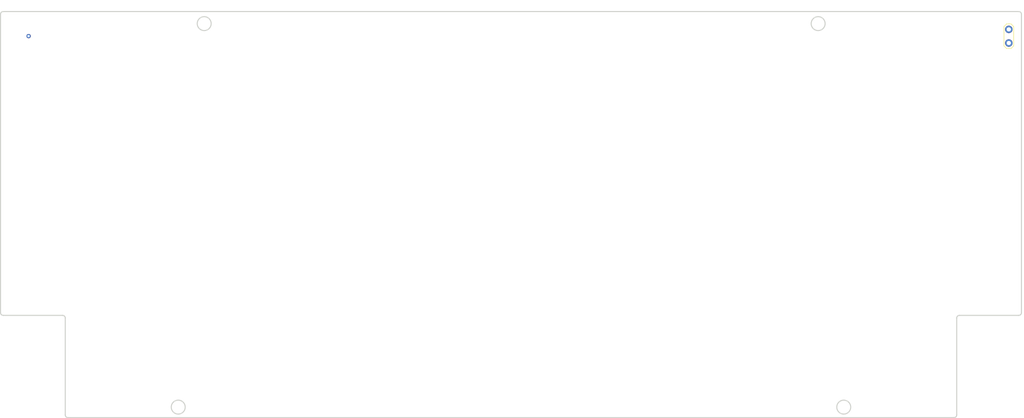
<source format=kicad_pcb>
(kicad_pcb (version 20171130) (host pcbnew "(5.1.4-0-10_14)")

  (general
    (thickness 1.6)
    (drawings 20)
    (tracks 1)
    (zones 0)
    (modules 1)
    (nets 3)
  )

  (page A4)
  (layers
    (0 F.Cu signal)
    (31 B.Cu signal)
    (32 B.Adhes user)
    (33 F.Adhes user)
    (34 B.Paste user)
    (35 F.Paste user)
    (36 B.SilkS user)
    (37 F.SilkS user)
    (38 B.Mask user)
    (39 F.Mask user)
    (40 Dwgs.User user)
    (41 Cmts.User user)
    (42 Eco1.User user)
    (43 Eco2.User user)
    (44 Edge.Cuts user)
    (45 Margin user)
    (46 B.CrtYd user)
    (47 F.CrtYd user)
    (48 B.Fab user)
    (49 F.Fab user)
  )

  (setup
    (last_trace_width 0.25)
    (trace_clearance 0.2)
    (zone_clearance 0.508)
    (zone_45_only no)
    (trace_min 0.2)
    (via_size 0.8)
    (via_drill 0.4)
    (via_min_size 0.4)
    (via_min_drill 0.3)
    (uvia_size 0.3)
    (uvia_drill 0.1)
    (uvias_allowed no)
    (uvia_min_size 0.2)
    (uvia_min_drill 0.1)
    (edge_width 0.05)
    (segment_width 0.2)
    (pcb_text_width 0.3)
    (pcb_text_size 1.5 1.5)
    (mod_edge_width 0.12)
    (mod_text_size 1 1)
    (mod_text_width 0.15)
    (pad_size 1.524 1.524)
    (pad_drill 0.762)
    (pad_to_mask_clearance 0.051)
    (solder_mask_min_width 0.25)
    (aux_axis_origin 0 0)
    (visible_elements FFFFFF7F)
    (pcbplotparams
      (layerselection 0x010fc_ffffffff)
      (usegerberextensions false)
      (usegerberattributes false)
      (usegerberadvancedattributes false)
      (creategerberjobfile false)
      (excludeedgelayer true)
      (linewidth 0.100000)
      (plotframeref false)
      (viasonmask false)
      (mode 1)
      (useauxorigin false)
      (hpglpennumber 1)
      (hpglpenspeed 20)
      (hpglpendiameter 15.000000)
      (psnegative false)
      (psa4output false)
      (plotreference true)
      (plotvalue true)
      (plotinvisibletext false)
      (padsonsilk false)
      (subtractmaskfromsilk false)
      (outputformat 1)
      (mirror false)
      (drillshape 0)
      (scaleselection 1)
      (outputdirectory "assembly/"))
  )

  (net 0 "")
  (net 1 "Net-(JP1-Pad2)")
  (net 2 "Net-(JP1-Pad1)")

  (net_class Default "This is the default net class."
    (clearance 0.2)
    (trace_width 0.25)
    (via_dia 0.8)
    (via_drill 0.4)
    (uvia_dia 0.3)
    (uvia_drill 0.1)
    (add_net "Net-(JP1-Pad1)")
    (add_net "Net-(JP1-Pad2)")
  )

  (module TestPoint:TestPoint_2Pads_Pitch2.54mm_Drill0.8mm (layer F.Cu) (tedit 5A0F774F) (tstamp 5F3B123B)
    (at 241.925 63.54 90)
    (descr "Test point with 2 pins, pitch 2.54mm, drill diameter 0.8mm")
    (tags "CONN DEV")
    (path /5F3ADCE5)
    (attr virtual)
    (fp_text reference JP1 (at 1.3 -2 90) (layer F.SilkS) hide
      (effects (font (size 1 1) (thickness 0.15)))
    )
    (fp_text value Jumper_NO_Small (at 1.27 2 90) (layer F.Fab)
      (effects (font (size 1 1) (thickness 0.15)))
    )
    (fp_line (start -1.03 -0.4) (end -0.53 -0.9) (layer F.SilkS) (width 0.15))
    (fp_line (start -1.03 0.4) (end -1.03 -0.4) (layer F.SilkS) (width 0.15))
    (fp_line (start -0.53 0.9) (end -1.03 0.4) (layer F.SilkS) (width 0.15))
    (fp_line (start 3.07 0.9) (end -0.53 0.9) (layer F.SilkS) (width 0.15))
    (fp_line (start 3.57 0.4) (end 3.07 0.9) (layer F.SilkS) (width 0.15))
    (fp_line (start 3.57 -0.4) (end 3.57 0.4) (layer F.SilkS) (width 0.15))
    (fp_line (start 3.07 -0.9) (end 3.57 -0.4) (layer F.SilkS) (width 0.15))
    (fp_line (start -0.53 -0.9) (end 3.07 -0.9) (layer F.SilkS) (width 0.15))
    (fp_line (start -1.3 0.5) (end -0.65 1.15) (layer F.CrtYd) (width 0.05))
    (fp_line (start -1.3 -0.5) (end -1.3 0.5) (layer F.CrtYd) (width 0.05))
    (fp_line (start -0.65 -1.15) (end -1.3 -0.5) (layer F.CrtYd) (width 0.05))
    (fp_line (start 3.15 -1.15) (end -0.65 -1.15) (layer F.CrtYd) (width 0.05))
    (fp_line (start 3.8 -0.5) (end 3.15 -1.15) (layer F.CrtYd) (width 0.05))
    (fp_line (start 3.8 0.5) (end 3.8 -0.5) (layer F.CrtYd) (width 0.05))
    (fp_line (start 3.15 1.15) (end 3.8 0.5) (layer F.CrtYd) (width 0.05))
    (fp_line (start -0.65 1.15) (end 3.15 1.15) (layer F.CrtYd) (width 0.05))
    (fp_text user %R (at 1.3 -2 90) (layer F.Fab) hide
      (effects (font (size 1 1) (thickness 0.15)))
    )
    (pad 2 thru_hole circle (at 2.54 0 90) (size 1.4 1.4) (drill 0.8) (layers *.Cu *.Mask)
      (net 1 "Net-(JP1-Pad2)"))
    (pad 1 thru_hole circle (at 0 0 90) (size 1.4 1.4) (drill 0.8) (layers *.Cu *.Mask)
      (net 2 "Net-(JP1-Pad1)"))
  )

  (gr_arc (start 54.825 58.175001) (end 54.825 57.675001) (angle -90) (layer Edge.Cuts) (width 0.2))
  (gr_arc (start 54.825 113.775) (end 54.325 113.775) (angle -90) (layer Edge.Cuts) (width 0.2))
  (gr_line (start 243.775 57.675001) (end 54.825 57.675001) (layer Edge.Cuts) (width 0.2))
  (gr_arc (start 243.775 58.175001) (end 244.275 58.175001) (angle -90) (layer Edge.Cuts) (width 0.2))
  (gr_arc (start 232.728025 114.775001) (end 232.728025 114.275) (angle -90) (layer Edge.Cuts) (width 0.2))
  (gr_line (start 244.275 113.775) (end 244.275 58.175001) (layer Edge.Cuts) (width 0.2))
  (gr_circle (center 211.2125 131.365001) (end 212.5125 131.365001) (layer Edge.Cuts) (width 0.2))
  (gr_circle (center 92.219001 59.925001) (end 93.519001 59.925001) (layer Edge.Cuts) (width 0.2))
  (gr_arc (start 243.775 113.775) (end 243.775 114.275) (angle -90) (layer Edge.Cuts) (width 0.2))
  (gr_line (start 66.871975 133.325) (end 231.728025 133.325001) (layer Edge.Cuts) (width 0.2))
  (gr_circle (center 206.45 59.925001) (end 207.75 59.925001) (layer Edge.Cuts) (width 0.2))
  (gr_circle (center 87.3875 131.365001) (end 88.6875 131.365001) (layer Edge.Cuts) (width 0.2))
  (gr_arc (start 231.728025 132.825) (end 231.728025 133.325001) (angle -90) (layer Edge.Cuts) (width 0.2))
  (gr_line (start 232.728025 114.275) (end 243.775 114.275) (layer Edge.Cuts) (width 0.2))
  (gr_arc (start 66.871974 132.825) (end 66.371974 132.825001) (angle -90) (layer Edge.Cuts) (width 0.2))
  (gr_line (start 66.371974 114.775001) (end 66.371974 132.825001) (layer Edge.Cuts) (width 0.2))
  (gr_line (start 54.325 58.175001) (end 54.325 113.775) (layer Edge.Cuts) (width 0.2))
  (gr_line (start 232.228026 132.825) (end 232.228025 114.775001) (layer Edge.Cuts) (width 0.2))
  (gr_arc (start 65.871974 114.775001) (end 66.371974 114.775001) (angle -90) (layer Edge.Cuts) (width 0.2))
  (gr_line (start 54.825 114.275) (end 65.871974 114.275001) (layer Edge.Cuts) (width 0.2))

  (via (at 59.55 62.25) (size 0.8) (drill 0.4) (layers F.Cu B.Cu) (net 0))

)

</source>
